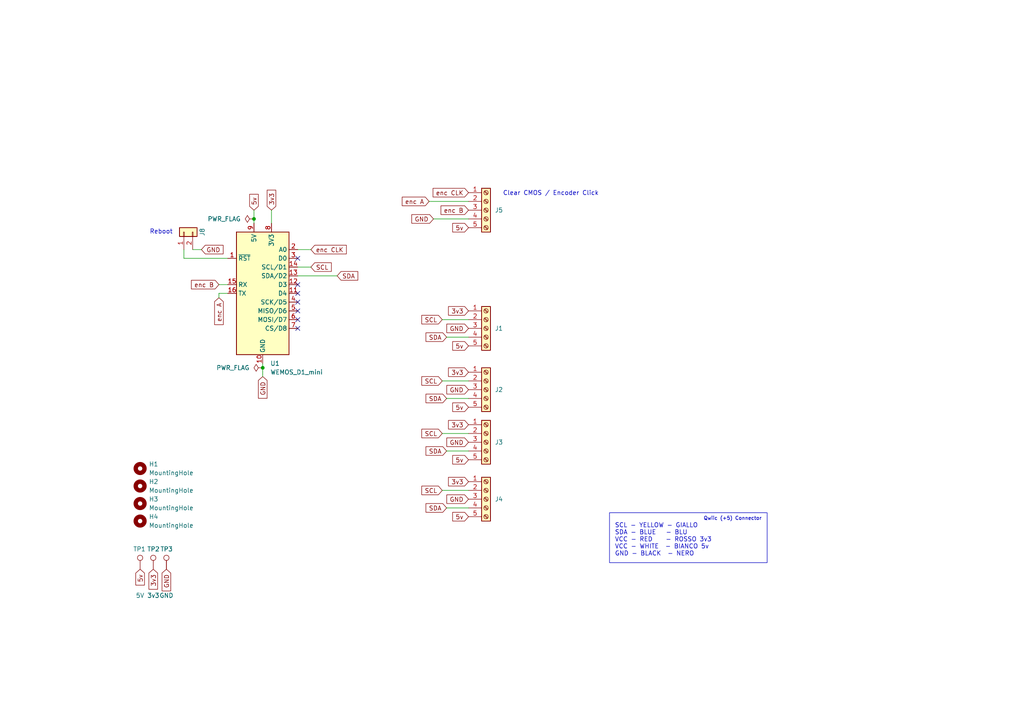
<source format=kicad_sch>
(kicad_sch (version 20231120) (generator "eeschema") (generator_version "8.0")
  (paper "A4")
  (title_block (title "STiMA WiFi Carrier Board") (date "2025-02-25") (rev "1") (company "Rmap.cc") (comment 1 "Compact carrier board with IIC bus, and other service connectors"))
  (lib_symbols
    (symbol "Connector:Screw_Terminal_01x05" (pin_names (offset 1.016) hide)
      (property "Reference" "J" (at 0 7.62 0))
      (property "Value" "Screw_Terminal_01x05" (at 0 -7.62 0))
      (symbol "Screw_Terminal_01x05_1_1"
        (rectangle (start -1.27 6.35) (end 1.27 -6.35) (stroke (width 0.254)) (fill (type background)))
        (circle (center 0 -5.08) (radius 0.635) (stroke (width 0.1524)))
        (circle (center 0 -2.54) (radius 0.635) (stroke (width 0.1524)))
        (polyline (pts (xy -0.5334 -4.7498) (xy 0.3302 -5.588)) (stroke (width 0.1524)))
        (polyline (pts (xy -0.5334 -2.2098) (xy 0.3302 -3.048)) (stroke (width 0.1524)))
        (polyline (pts (xy -0.5334 0.3302) (xy 0.3302 -0.508)) (stroke (width 0.1524)))
        (polyline (pts (xy -0.5334 2.8702) (xy 0.3302 2.032)) (stroke (width 0.1524)))
        (polyline (pts (xy -0.5334 5.4102) (xy 0.3302 4.572)) (stroke (width 0.1524)))
        (polyline (pts (xy -0.3556 -4.572) (xy 0.508 -5.4102)) (stroke (width 0.1524)))
        (polyline (pts (xy -0.3556 -2.032) (xy 0.508 -2.8702)) (stroke (width 0.1524)))
        (polyline (pts (xy -0.3556 0.508) (xy 0.508 -0.3302)) (stroke (width 0.1524)))
        (polyline (pts (xy -0.3556 3.048) (xy 0.508 2.2098)) (stroke (width 0.1524)))
        (polyline (pts (xy -0.3556 5.588) (xy 0.508 4.7498)) (stroke (width 0.1524)))
        (circle (center 0 0) (radius 0.635) (stroke (width 0.1524)))
        (circle (center 0 2.54) (radius 0.635) (stroke (width 0.1524)))
        (circle (center 0 5.08) (radius 0.635) (stroke (width 0.1524)))
        (pin passive line (at -5.08 5.08 0) (length 3.81) (name "Pin_1") (number "1"))
        (pin passive line (at -5.08 2.54 0) (length 3.81) (name "Pin_2") (number "2"))
        (pin passive line (at -5.08 0 0) (length 3.81) (name "Pin_3") (number "3"))
        (pin passive line (at -5.08 -2.54 0) (length 3.81) (name "Pin_4") (number "4"))
        (pin passive line (at -5.08 -5.08 0) (length 3.81) (name "Pin_5") (number "5"))
      )
    )
    (symbol "Connector:TestPoint" (pin_numbers hide) (pin_names (offset 0.762) hide)
      (property "Reference" "TP" (at 0 6.858 0))
      (property "Value" "TestPoint" (at 0 5.08 0))
      (symbol "TestPoint_0_1"
        (circle (center 0 3.302) (radius 0.762))
      )
      (symbol "TestPoint_1_1"
        (pin passive line (at 0 0 90) (length 2.54) (name "1") (number "1"))
      )
    )
    (symbol "Connector_Generic:Conn_01x02" (pin_names (offset 1.016) hide)
      (property "Reference" "J" (at 0 2.54 0))
      (property "Value" "Conn_01x02" (at 0 -5.08 0))
      (symbol "Conn_01x02_1_1"
        (rectangle (start -1.27 -2.413) (end 0 -2.667) (stroke (width 0.1524)))
        (rectangle (start -1.27 0.127) (end 0 -0.127) (stroke (width 0.1524)))
        (rectangle (start -1.27 1.27) (end 1.27 -3.81) (stroke (width 0.254)) (fill (type background)))
        (pin passive line (at -5.08 0 0) (length 3.81) (name "Pin_1") (number "1"))
        (pin passive line (at -5.08 -2.54 0) (length 3.81) (name "Pin_2") (number "2"))
      )
    )
    (symbol "Mechanical:MountingHole" (pin_names (offset 1.016)) (exclude_from_sim yes) (in_bom no)
      (property "Reference" "H" (at 0 5.08 0))
      (property "Value" "MountingHole" (at 0 3.175 0))
      (symbol "MountingHole_0_1"
        (circle (center 0 0) (radius 1.27) (stroke (width 1.27)))
      )
    )
    (symbol "RF_Module:WEMOS_D1_mini"
      (property "Reference" "U" (at 3.81 19.05 0))
      (property "Value" "WEMOS_D1_mini" (at 1.27 -19.05 0))
      (symbol "WEMOS_D1_mini_1_1"
        (rectangle (start -7.62 17.78) (end 7.62 -17.78) (stroke (width 0.254)) (fill (type background)))
        (pin input line (at -10.16 10.16 0) (length 2.54) (name "~{RST}") (number "1"))
        (pin power_in line (at 0 -20.32 90) (length 2.54) (name "GND") (number "10"))
        (pin bidirectional line (at 10.16 0 180) (length 2.54) (name "D4") (number "11"))
        (pin bidirectional line (at 10.16 2.54 180) (length 2.54) (name "D3") (number "12"))
        (pin bidirectional line (at 10.16 5.08 180) (length 2.54) (name "SDA/D2") (number "13"))
        (pin bidirectional line (at 10.16 7.62 180) (length 2.54) (name "SCL/D1") (number "14"))
        (pin input line (at -10.16 2.54 0) (length 2.54) (name "RX") (number "15"))
        (pin output line (at -10.16 0 0) (length 2.54) (name "TX") (number "16"))
        (pin input line (at 10.16 12.7 180) (length 2.54) (name "A0") (number "2"))
        (pin bidirectional line (at 10.16 10.16 180) (length 2.54) (name "D0") (number "3"))
        (pin bidirectional line (at 10.16 -2.54 180) (length 2.54) (name "SCK/D5") (number "4"))
        (pin bidirectional line (at 10.16 -5.08 180) (length 2.54) (name "MISO/D6") (number "5"))
        (pin bidirectional line (at 10.16 -7.62 180) (length 2.54) (name "MOSI/D7") (number "6"))
        (pin bidirectional line (at 10.16 -10.16 180) (length 2.54) (name "CS/D8") (number "7"))
        (pin power_out line (at 2.54 20.32 270) (length 2.54) (name "3V3") (number "8"))
        (pin power_in line (at -2.54 20.32 270) (length 2.54) (name "5V") (number "9"))
      )
    )
    (symbol "power:PWR_FLAG" (power) (pin_numbers hide) (pin_names (offset 0) hide)
      (property "Value" "PWR_FLAG" (at 0 3.81 0))
      (symbol "PWR_FLAG_0_0"
        (pin power_out line (at 0 0 90) (length 0) (name "~") (number "1"))
      )
      (symbol "PWR_FLAG_0_1"
        (polyline (pts (xy 0 0) (xy 0 1.27) (xy -1.016 1.905) (xy 0 2.54) (xy 1.016 1.905) (xy 0 1.27)))
      )
    )
  )
  (junction (at 76.2 106.68))
  (junction (at 73.66 63.5))
  (no_connect (at 86.36 85.09))
  (no_connect (at 86.36 92.71))
  (no_connect (at 86.36 87.63))
  (no_connect (at 86.36 82.55))
  (no_connect (at 86.36 90.17))
  (no_connect (at 86.36 95.25))
  (no_connect (at 86.36 74.93))
  (wire (pts (xy 128.27 92.71) (xy 135.89 92.71)))
  (wire (pts (xy 129.54 97.79) (xy 135.89 97.79)))
  (wire (pts (xy 128.27 110.49) (xy 135.89 110.49)))
  (wire (pts (xy 128.27 142.24) (xy 135.89 142.24)))
  (wire (pts (xy 53.34 74.93) (xy 66.04 74.93)))
  (wire (pts (xy 124.46 58.42) (xy 135.89 58.42)))
  (wire (pts (xy 73.66 60.96) (xy 73.66 63.5)))
  (wire (pts (xy 66.04 85.09) (xy 63.5 85.09)))
  (wire (pts (xy 129.54 130.81) (xy 135.89 130.81)))
  (wire (pts (xy 73.66 63.5) (xy 73.66 64.77)))
  (wire (pts (xy 128.27 125.73) (xy 135.89 125.73)))
  (wire (pts (xy 129.54 147.32) (xy 135.89 147.32)))
  (wire (pts (xy 86.36 77.47) (xy 90.17 77.47)))
  (wire (pts (xy 55.88 72.39) (xy 58.42 72.39)))
  (wire (pts (xy 63.5 85.09) (xy 63.5 86.36)))
  (wire (pts (xy 63.5 82.55) (xy 66.04 82.55)))
  (wire (pts (xy 129.54 115.57) (xy 135.89 115.57)))
  (wire (pts (xy 86.36 80.01) (xy 97.79 80.01)))
  (wire (pts (xy 53.34 74.93) (xy 53.34 72.39)))
  (wire (pts (xy 86.36 72.39) (xy 90.17 72.39)))
  (wire (pts (xy 76.2 105.41) (xy 76.2 106.68)))
  (wire (pts (xy 78.74 60.96) (xy 78.74 64.77)))
  (wire (pts (xy 125.73 63.5) (xy 135.89 63.5)))
  (wire (pts (xy 76.2 106.68) (xy 76.2 109.22)))
  (rectangle (start 176.784 148.717) (end 222.504 163.195))
  (text "Clear CMOS / Encoder Click" (at 159.766 56.134 0) (effects (font (size 1.27 1.27))))
  (text "SCL - YELLOW - GIALLO\nSDA - BLUE   - BLU\nVCC - RED    - ROSSO 3v3\nVCC - WHITE  - BIANCO 5v \nGND - BLACK  - NERO\n" (at 178.308 156.591 0) (effects (font (size 1.27 1.27)) (justify left)))
  (text "Qwiic (+5) Connector" (exclude_from_sim yes) (at 220.98 150.495 0) (effects (font (size 1.016 1.016)) (justify right)))
  (text "Reboot " (at 47.244 67.31 0) (effects (font (size 1.27 1.27))))
  (global_label "5v" (shape input) (at 135.89 66.04 180) (property "Intersheetrefs" "${INTERSHEET_REFS}" (effects (hide yes))))
  (global_label "SCL" (shape input) (at 90.17 77.47 0) (property "Intersheetrefs" "${INTERSHEET_REFS}" (effects (hide yes))))
  (global_label "GND" (shape input) (at 135.89 95.25 180) (property "Intersheetrefs" "${INTERSHEET_REFS}" (effects (hide yes))))
  (global_label "GND" (shape input) (at 76.2 109.22 270) (property "Intersheetrefs" "${INTERSHEET_REFS}" (effects (hide yes))))
  (global_label "5v" (shape input) (at 135.89 118.11 180) (property "Intersheetrefs" "${INTERSHEET_REFS}" (effects (hide yes))))
  (global_label "SCL" (shape input) (at 128.27 142.24 180) (property "Intersheetrefs" "${INTERSHEET_REFS}" (effects (hide yes))))
  (global_label "SDA" (shape input) (at 129.54 130.81 180) (property "Intersheetrefs" "${INTERSHEET_REFS}" (effects (hide yes))))
  (global_label "5v" (shape input) (at 135.89 133.35 180) (property "Intersheetrefs" "${INTERSHEET_REFS}" (effects (hide yes))))
  (global_label "3v3" (shape input) (at 135.89 123.19 180) (property "Intersheetrefs" "${INTERSHEET_REFS}" (effects (hide yes))))
  (global_label "5v" (shape input) (at 135.89 100.33 180) (property "Intersheetrefs" "${INTERSHEET_REFS}" (effects (hide yes))))
  (global_label "GND" (shape input) (at 135.89 128.27 180) (property "Intersheetrefs" "${INTERSHEET_REFS}" (effects (hide yes))))
  (global_label "5v" (shape input) (at 135.89 149.86 180) (property "Intersheetrefs" "${INTERSHEET_REFS}" (effects (hide yes))))
  (global_label "enc CLK" (shape input) (at 135.89 55.88 180) (property "Intersheetrefs" "${INTERSHEET_REFS}" (effects (hide yes))))
  (global_label "3v3" (shape input) (at 135.89 139.7 180) (property "Intersheetrefs" "${INTERSHEET_REFS}" (effects (hide yes))))
  (global_label "SDA" (shape input) (at 129.54 97.79 180) (property "Intersheetrefs" "${INTERSHEET_REFS}" (effects (hide yes))))
  (global_label "enc A" (shape input) (at 63.5 86.36 270) (property "Intersheetrefs" "${INTERSHEET_REFS}" (effects (hide yes))))
  (global_label "SCL" (shape input) (at 128.27 125.73 180) (property "Intersheetrefs" "${INTERSHEET_REFS}" (effects (hide yes))))
  (global_label "SCL" (shape input) (at 128.27 110.49 180) (property "Intersheetrefs" "${INTERSHEET_REFS}" (effects (hide yes))))
  (global_label "SDA" (shape input) (at 129.54 147.32 180) (property "Intersheetrefs" "${INTERSHEET_REFS}" (effects (hide yes))))
  (global_label "SDA" (shape input) (at 129.54 115.57 180) (property "Intersheetrefs" "${INTERSHEET_REFS}" (effects (hide yes))))
  (global_label "3v3" (shape input) (at 78.74 60.96 90) (property "Intersheetrefs" "${INTERSHEET_REFS}" (effects (hide yes))))
  (global_label "GND" (shape input) (at 48.26 165.1 270) (property "Intersheetrefs" "${INTERSHEET_REFS}" (effects (hide yes))))
  (global_label "enc B" (shape input) (at 135.89 60.96 180) (property "Intersheetrefs" "${INTERSHEET_REFS}" (effects (hide yes))))
  (global_label "enc CLK" (shape input) (at 90.17 72.39 0) (property "Intersheetrefs" "${INTERSHEET_REFS}" (effects (hide yes))))
  (global_label "GND" (shape input) (at 58.42 72.39 0) (property "Intersheetrefs" "${INTERSHEET_REFS}" (effects (hide yes))))
  (global_label "5v" (shape input) (at 73.66 60.96 90) (property "Intersheetrefs" "${INTERSHEET_REFS}" (effects (hide yes))))
  (global_label "3v3" (shape input) (at 135.89 90.17 180) (property "Intersheetrefs" "${INTERSHEET_REFS}" (effects (hide yes))))
  (global_label "3v3" (shape input) (at 44.45 165.1 270) (property "Intersheetrefs" "${INTERSHEET_REFS}" (effects (hide yes))))
  (global_label "GND" (shape input) (at 135.89 144.78 180) (property "Intersheetrefs" "${INTERSHEET_REFS}" (effects (hide yes))))
  (global_label "GND" (shape input) (at 125.73 63.5 180) (property "Intersheetrefs" "${INTERSHEET_REFS}" (effects (hide yes))))
  (global_label "SCL" (shape input) (at 128.27 92.71 180) (property "Intersheetrefs" "${INTERSHEET_REFS}" (effects (hide yes))))
  (global_label "3v3" (shape input) (at 135.89 107.95 180) (property "Intersheetrefs" "${INTERSHEET_REFS}" (effects (hide yes))))
  (global_label "5v" (shape input) (at 40.64 165.1 270) (property "Intersheetrefs" "${INTERSHEET_REFS}" (effects (hide yes))))
  (global_label "GND" (shape input) (at 135.89 113.03 180) (property "Intersheetrefs" "${INTERSHEET_REFS}" (effects (hide yes))))
  (global_label "enc A" (shape input) (at 124.46 58.42 180) (property "Intersheetrefs" "${INTERSHEET_REFS}" (effects (hide yes))))
  (global_label "enc B" (shape input) (at 63.5 82.55 180) (property "Intersheetrefs" "${INTERSHEET_REFS}" (effects (hide yes))))
  (global_label "SDA" (shape input) (at 97.79 80.01 0) (property "Intersheetrefs" "${INTERSHEET_REFS}" (effects (hide yes))))
  (symbol (lib_id "Mechanical:MountingHole") (at 40.64 140.97 0) (unit 1) (exclude_from_sim yes) (in_bom no)
    (property "Reference" "H2" (at 43.18 139.6999 0) (effects (justify left)))
    (property "Value" "MountingHole" (at 43.18 142.2399 0) (effects (justify left)))
    (property "Footprint" "MountingHole:MountingHole_3.2mm_M3" (effects (hide yes)))
    (property "Description" "Mounting Hole without connection" (effects (hide yes)))
  )
  (symbol (lib_id "Connector:Screw_Terminal_01x05") (at 140.97 60.96 0) (unit 1)
    (property "Reference" "J5" (at 143.51 60.9599 0) (effects (justify left)))
    (property "Value" "Screw_Terminal_01x05" (effects (hide yes)))
    (property "Footprint" "TerminalBlock:TerminalBlock_Xinya_XY308-2.54-5P_1x05_P2.54mm_Horizontal" (effects (hide yes)))
    (property "Description" "Generic screw terminal, single row, 01x05, script generated (kicad-library-utils/schlib/autogen/connector/)" (effects (hide yes)))
  )
  (symbol (lib_id "Connector:TestPoint") (at 40.64 165.1 0) (unit 1)
    (property "Reference" "TP1" (at 38.608 159.258 0) (effects (justify left)))
    (property "Value" "5V" (at 39.37 172.72 0) (effects (justify left)))
    (property "Footprint" "TestPoint:TestPoint_Pad_D1.5mm" (effects (hide yes)))
    (property "Description" "test point" (effects (hide yes)))
  )
  (symbol (lib_id "Mechanical:MountingHole") (at 40.64 135.89 0) (unit 1) (exclude_from_sim yes) (in_bom no)
    (property "Reference" "H1" (at 43.18 134.6199 0) (effects (justify left)))
    (property "Value" "MountingHole" (at 43.18 137.1599 0) (effects (justify left)))
    (property "Footprint" "MountingHole:MountingHole_3.2mm_M3" (effects (hide yes)))
    (property "Description" "Mounting Hole without connection" (effects (hide yes)))
  )
  (symbol (lib_id "Connector:Screw_Terminal_01x05") (at 140.97 144.78 0) (unit 1)
    (property "Reference" "J4" (at 143.51 144.7799 0) (effects (justify left)))
    (property "Value" "Screw_Terminal_01x05" (effects (hide yes)))
    (property "Footprint" "TerminalBlock:TerminalBlock_Xinya_XY308-2.54-5P_1x05_P2.54mm_Horizontal" (effects (hide yes)))
    (property "Description" "Generic screw terminal, single row, 01x05, script generated (kicad-library-utils/schlib/autogen/connector/)" (effects (hide yes)))
  )
  (symbol (lib_id "power:PWR_FLAG") (at 76.2 106.68 90) (unit 1)
    (property "Reference" "#FLG02" (effects (hide yes)))
    (property "Value" "PWR_FLAG" (at 72.39 106.6799 90) (effects (justify left)))
    (property "Description" "Special symbol for telling ERC where power comes from" (effects (hide yes)))
  )
  (symbol (lib_id "Connector:Screw_Terminal_01x05") (at 140.97 128.27 0) (unit 1)
    (property "Reference" "J3" (at 143.51 128.2699 0) (effects (justify left)))
    (property "Value" "Screw_Terminal_01x05" (effects (hide yes)))
    (property "Footprint" "TerminalBlock:TerminalBlock_Xinya_XY308-2.54-5P_1x05_P2.54mm_Horizontal" (effects (hide yes)))
    (property "Description" "Generic screw terminal, single row, 01x05, script generated (kicad-library-utils/schlib/autogen/connector/)" (effects (hide yes)))
  )
  (symbol (lib_id "Connector:Screw_Terminal_01x05") (at 140.97 113.03 0) (unit 1)
    (property "Reference" "J2" (at 143.51 113.0299 0) (effects (justify left)))
    (property "Value" "Screw_Terminal_01x05" (effects (hide yes)))
    (property "Footprint" "TerminalBlock:TerminalBlock_Xinya_XY308-2.54-5P_1x05_P2.54mm_Horizontal" (effects (hide yes)))
    (property "Description" "Generic screw terminal, single row, 01x05, script generated (kicad-library-utils/schlib/autogen/connector/)" (effects (hide yes)))
  )
  (symbol (lib_id "RF_Module:WEMOS_D1_mini") (at 76.2 85.09 0) (unit 1)
    (property "Reference" "U1" (at 78.3941 105.41 0) (effects (justify left)))
    (property "Value" "WEMOS_D1_mini" (at 78.3941 107.95 0) (effects (justify left)))
    (property "Footprint" "RF_Module:WEMOS_D1_mini_light" (effects (hide yes)))
    (property "Datasheet" "https://wiki.wemos.cc/products:d1:d1_mini#documentation" (effects (hide yes)))
    (property "Description" "32-bit microcontroller module with WiFi" (effects (hide yes)))
  )
  (symbol (lib_id "power:PWR_FLAG") (at 73.66 63.5 90) (unit 1)
    (property "Reference" "#FLG01" (effects (hide yes)))
    (property "Value" "PWR_FLAG" (at 69.85 63.4999 90) (effects (justify left)))
    (property "Description" "Special symbol for telling ERC where power comes from" (effects (hide yes)))
  )
  (symbol (lib_id "Connector_Generic:Conn_01x02") (at 53.34 67.31 90) (unit 1)
    (property "Reference" "J8" (at 58.674 67.31 0))
    (property "Value" "Conn_01x02" (effects (hide yes)))
    (property "Footprint" "Connector_PinHeader_2.54mm:PinHeader_1x02_P2.54mm_Vertical" (effects (hide yes)))
    (property "Description" "Generic connector, single row, 01x02, script generated (kicad-library-utils/schlib/autogen/connector/)" (effects (hide yes)))
  )
  (symbol (lib_id "Mechanical:MountingHole") (at 40.64 151.13 0) (unit 1) (exclude_from_sim yes) (in_bom no)
    (property "Reference" "H4" (at 43.18 149.8599 0) (effects (justify left)))
    (property "Value" "MountingHole" (at 43.18 152.3999 0) (effects (justify left)))
    (property "Footprint" "MountingHole:MountingHole_3.2mm_M3" (effects (hide yes)))
    (property "Description" "Mounting Hole without connection" (effects (hide yes)))
  )
  (symbol (lib_id "Connector:TestPoint") (at 44.45 165.1 0) (unit 1)
    (property "Reference" "TP2" (at 42.672 159.258 0) (effects (justify left)))
    (property "Value" "3v3" (at 42.672 172.72 0) (effects (justify left)))
    (property "Footprint" "TestPoint:TestPoint_Pad_D1.5mm" (effects (hide yes)))
    (property "Description" "test point" (effects (hide yes)))
  )
  (symbol (lib_id "Connector:Screw_Terminal_01x05") (at 140.97 95.25 0) (unit 1)
    (property "Reference" "J1" (at 143.51 95.2499 0) (effects (justify left)))
    (property "Value" "Screw_Terminal_01x05" (effects (hide yes)))
    (property "Footprint" "TerminalBlock:TerminalBlock_Xinya_XY308-2.54-5P_1x05_P2.54mm_Horizontal" (effects (hide yes)))
    (property "Description" "Generic screw terminal, single row, 01x05, script generated (kicad-library-utils/schlib/autogen/connector/)" (effects (hide yes)))
  )
  (symbol (lib_id "Mechanical:MountingHole") (at 40.64 146.05 0) (unit 1) (exclude_from_sim yes) (in_bom no)
    (property "Reference" "H3" (at 43.18 144.7799 0) (effects (justify left)))
    (property "Value" "MountingHole" (at 43.18 147.3199 0) (effects (justify left)))
    (property "Footprint" "MountingHole:MountingHole_3.2mm_M3" (effects (hide yes)))
    (property "Description" "Mounting Hole without connection" (effects (hide yes)))
  )
  (symbol (lib_id "Connector:TestPoint") (at 48.26 165.1 0) (unit 1)
    (property "Reference" "TP3" (at 46.482 159.258 0) (effects (justify left)))
    (property "Value" "GND" (at 46.228 172.72 0) (effects (justify left)))
    (property "Footprint" "TestPoint:TestPoint_Pad_D1.5mm" (effects (hide yes)))
    (property "Description" "test point" (effects (hide yes)))
  )
)
</source>
